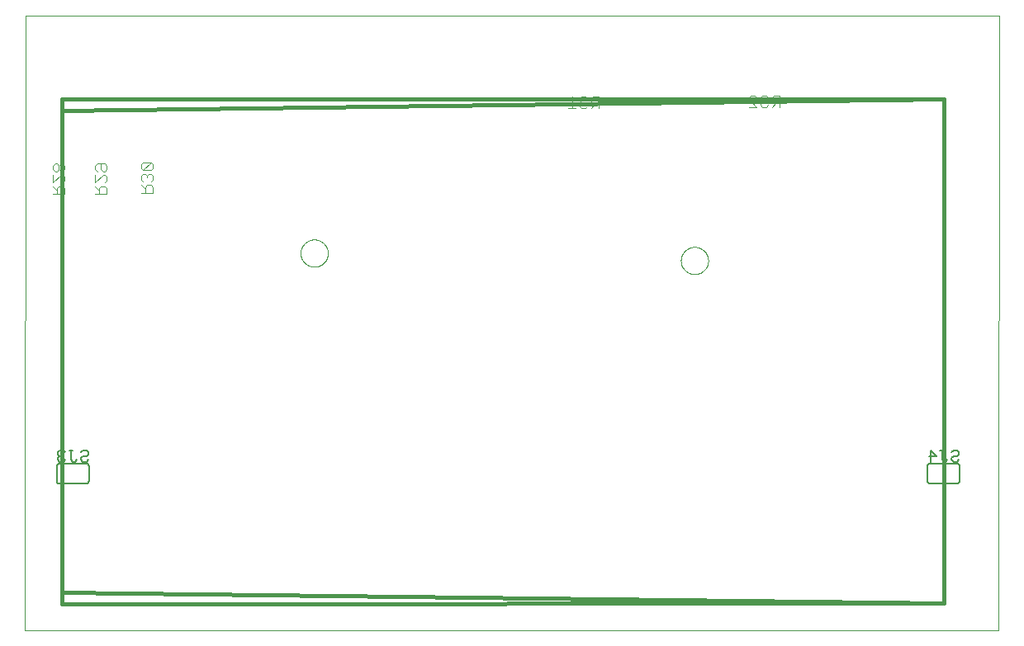
<source format=gbo>
G75*
%MOIN*%
%OFA0B0*%
%FSLAX25Y25*%
%IPPOS*%
%LPD*%
%AMOC8*
5,1,8,0,0,1.08239X$1,22.5*
%
%ADD10C,0.00000*%
%ADD11C,0.01600*%
%ADD12C,0.00600*%
%ADD13C,0.00500*%
%ADD14C,0.00400*%
D10*
X0001000Y0001000D02*
X0001500Y0249501D01*
X0394621Y0249501D01*
X0394121Y0001000D01*
X0001000Y0001000D01*
X0112488Y0153500D02*
X0112490Y0153648D01*
X0112496Y0153796D01*
X0112506Y0153944D01*
X0112520Y0154091D01*
X0112538Y0154238D01*
X0112559Y0154384D01*
X0112585Y0154530D01*
X0112615Y0154675D01*
X0112648Y0154819D01*
X0112686Y0154962D01*
X0112727Y0155104D01*
X0112772Y0155245D01*
X0112820Y0155385D01*
X0112873Y0155524D01*
X0112929Y0155661D01*
X0112989Y0155796D01*
X0113052Y0155930D01*
X0113119Y0156062D01*
X0113190Y0156192D01*
X0113264Y0156320D01*
X0113341Y0156446D01*
X0113422Y0156570D01*
X0113506Y0156692D01*
X0113593Y0156811D01*
X0113684Y0156928D01*
X0113778Y0157043D01*
X0113874Y0157155D01*
X0113974Y0157265D01*
X0114076Y0157371D01*
X0114182Y0157475D01*
X0114290Y0157576D01*
X0114401Y0157674D01*
X0114514Y0157770D01*
X0114630Y0157862D01*
X0114748Y0157951D01*
X0114869Y0158036D01*
X0114992Y0158119D01*
X0115117Y0158198D01*
X0115244Y0158274D01*
X0115373Y0158346D01*
X0115504Y0158415D01*
X0115637Y0158480D01*
X0115772Y0158541D01*
X0115908Y0158599D01*
X0116045Y0158654D01*
X0116184Y0158704D01*
X0116325Y0158751D01*
X0116466Y0158794D01*
X0116609Y0158834D01*
X0116753Y0158869D01*
X0116897Y0158901D01*
X0117043Y0158928D01*
X0117189Y0158952D01*
X0117336Y0158972D01*
X0117483Y0158988D01*
X0117630Y0159000D01*
X0117778Y0159008D01*
X0117926Y0159012D01*
X0118074Y0159012D01*
X0118222Y0159008D01*
X0118370Y0159000D01*
X0118517Y0158988D01*
X0118664Y0158972D01*
X0118811Y0158952D01*
X0118957Y0158928D01*
X0119103Y0158901D01*
X0119247Y0158869D01*
X0119391Y0158834D01*
X0119534Y0158794D01*
X0119675Y0158751D01*
X0119816Y0158704D01*
X0119955Y0158654D01*
X0120092Y0158599D01*
X0120228Y0158541D01*
X0120363Y0158480D01*
X0120496Y0158415D01*
X0120627Y0158346D01*
X0120756Y0158274D01*
X0120883Y0158198D01*
X0121008Y0158119D01*
X0121131Y0158036D01*
X0121252Y0157951D01*
X0121370Y0157862D01*
X0121486Y0157770D01*
X0121599Y0157674D01*
X0121710Y0157576D01*
X0121818Y0157475D01*
X0121924Y0157371D01*
X0122026Y0157265D01*
X0122126Y0157155D01*
X0122222Y0157043D01*
X0122316Y0156928D01*
X0122407Y0156811D01*
X0122494Y0156692D01*
X0122578Y0156570D01*
X0122659Y0156446D01*
X0122736Y0156320D01*
X0122810Y0156192D01*
X0122881Y0156062D01*
X0122948Y0155930D01*
X0123011Y0155796D01*
X0123071Y0155661D01*
X0123127Y0155524D01*
X0123180Y0155385D01*
X0123228Y0155245D01*
X0123273Y0155104D01*
X0123314Y0154962D01*
X0123352Y0154819D01*
X0123385Y0154675D01*
X0123415Y0154530D01*
X0123441Y0154384D01*
X0123462Y0154238D01*
X0123480Y0154091D01*
X0123494Y0153944D01*
X0123504Y0153796D01*
X0123510Y0153648D01*
X0123512Y0153500D01*
X0123510Y0153352D01*
X0123504Y0153204D01*
X0123494Y0153056D01*
X0123480Y0152909D01*
X0123462Y0152762D01*
X0123441Y0152616D01*
X0123415Y0152470D01*
X0123385Y0152325D01*
X0123352Y0152181D01*
X0123314Y0152038D01*
X0123273Y0151896D01*
X0123228Y0151755D01*
X0123180Y0151615D01*
X0123127Y0151476D01*
X0123071Y0151339D01*
X0123011Y0151204D01*
X0122948Y0151070D01*
X0122881Y0150938D01*
X0122810Y0150808D01*
X0122736Y0150680D01*
X0122659Y0150554D01*
X0122578Y0150430D01*
X0122494Y0150308D01*
X0122407Y0150189D01*
X0122316Y0150072D01*
X0122222Y0149957D01*
X0122126Y0149845D01*
X0122026Y0149735D01*
X0121924Y0149629D01*
X0121818Y0149525D01*
X0121710Y0149424D01*
X0121599Y0149326D01*
X0121486Y0149230D01*
X0121370Y0149138D01*
X0121252Y0149049D01*
X0121131Y0148964D01*
X0121008Y0148881D01*
X0120883Y0148802D01*
X0120756Y0148726D01*
X0120627Y0148654D01*
X0120496Y0148585D01*
X0120363Y0148520D01*
X0120228Y0148459D01*
X0120092Y0148401D01*
X0119955Y0148346D01*
X0119816Y0148296D01*
X0119675Y0148249D01*
X0119534Y0148206D01*
X0119391Y0148166D01*
X0119247Y0148131D01*
X0119103Y0148099D01*
X0118957Y0148072D01*
X0118811Y0148048D01*
X0118664Y0148028D01*
X0118517Y0148012D01*
X0118370Y0148000D01*
X0118222Y0147992D01*
X0118074Y0147988D01*
X0117926Y0147988D01*
X0117778Y0147992D01*
X0117630Y0148000D01*
X0117483Y0148012D01*
X0117336Y0148028D01*
X0117189Y0148048D01*
X0117043Y0148072D01*
X0116897Y0148099D01*
X0116753Y0148131D01*
X0116609Y0148166D01*
X0116466Y0148206D01*
X0116325Y0148249D01*
X0116184Y0148296D01*
X0116045Y0148346D01*
X0115908Y0148401D01*
X0115772Y0148459D01*
X0115637Y0148520D01*
X0115504Y0148585D01*
X0115373Y0148654D01*
X0115244Y0148726D01*
X0115117Y0148802D01*
X0114992Y0148881D01*
X0114869Y0148964D01*
X0114748Y0149049D01*
X0114630Y0149138D01*
X0114514Y0149230D01*
X0114401Y0149326D01*
X0114290Y0149424D01*
X0114182Y0149525D01*
X0114076Y0149629D01*
X0113974Y0149735D01*
X0113874Y0149845D01*
X0113778Y0149957D01*
X0113684Y0150072D01*
X0113593Y0150189D01*
X0113506Y0150308D01*
X0113422Y0150430D01*
X0113341Y0150554D01*
X0113264Y0150680D01*
X0113190Y0150808D01*
X0113119Y0150938D01*
X0113052Y0151070D01*
X0112989Y0151204D01*
X0112929Y0151339D01*
X0112873Y0151476D01*
X0112820Y0151615D01*
X0112772Y0151755D01*
X0112727Y0151896D01*
X0112686Y0152038D01*
X0112648Y0152181D01*
X0112615Y0152325D01*
X0112585Y0152470D01*
X0112559Y0152616D01*
X0112538Y0152762D01*
X0112520Y0152909D01*
X0112506Y0153056D01*
X0112496Y0153204D01*
X0112490Y0153352D01*
X0112488Y0153500D01*
X0265988Y0150500D02*
X0265990Y0150648D01*
X0265996Y0150796D01*
X0266006Y0150944D01*
X0266020Y0151091D01*
X0266038Y0151238D01*
X0266059Y0151384D01*
X0266085Y0151530D01*
X0266115Y0151675D01*
X0266148Y0151819D01*
X0266186Y0151962D01*
X0266227Y0152104D01*
X0266272Y0152245D01*
X0266320Y0152385D01*
X0266373Y0152524D01*
X0266429Y0152661D01*
X0266489Y0152796D01*
X0266552Y0152930D01*
X0266619Y0153062D01*
X0266690Y0153192D01*
X0266764Y0153320D01*
X0266841Y0153446D01*
X0266922Y0153570D01*
X0267006Y0153692D01*
X0267093Y0153811D01*
X0267184Y0153928D01*
X0267278Y0154043D01*
X0267374Y0154155D01*
X0267474Y0154265D01*
X0267576Y0154371D01*
X0267682Y0154475D01*
X0267790Y0154576D01*
X0267901Y0154674D01*
X0268014Y0154770D01*
X0268130Y0154862D01*
X0268248Y0154951D01*
X0268369Y0155036D01*
X0268492Y0155119D01*
X0268617Y0155198D01*
X0268744Y0155274D01*
X0268873Y0155346D01*
X0269004Y0155415D01*
X0269137Y0155480D01*
X0269272Y0155541D01*
X0269408Y0155599D01*
X0269545Y0155654D01*
X0269684Y0155704D01*
X0269825Y0155751D01*
X0269966Y0155794D01*
X0270109Y0155834D01*
X0270253Y0155869D01*
X0270397Y0155901D01*
X0270543Y0155928D01*
X0270689Y0155952D01*
X0270836Y0155972D01*
X0270983Y0155988D01*
X0271130Y0156000D01*
X0271278Y0156008D01*
X0271426Y0156012D01*
X0271574Y0156012D01*
X0271722Y0156008D01*
X0271870Y0156000D01*
X0272017Y0155988D01*
X0272164Y0155972D01*
X0272311Y0155952D01*
X0272457Y0155928D01*
X0272603Y0155901D01*
X0272747Y0155869D01*
X0272891Y0155834D01*
X0273034Y0155794D01*
X0273175Y0155751D01*
X0273316Y0155704D01*
X0273455Y0155654D01*
X0273592Y0155599D01*
X0273728Y0155541D01*
X0273863Y0155480D01*
X0273996Y0155415D01*
X0274127Y0155346D01*
X0274256Y0155274D01*
X0274383Y0155198D01*
X0274508Y0155119D01*
X0274631Y0155036D01*
X0274752Y0154951D01*
X0274870Y0154862D01*
X0274986Y0154770D01*
X0275099Y0154674D01*
X0275210Y0154576D01*
X0275318Y0154475D01*
X0275424Y0154371D01*
X0275526Y0154265D01*
X0275626Y0154155D01*
X0275722Y0154043D01*
X0275816Y0153928D01*
X0275907Y0153811D01*
X0275994Y0153692D01*
X0276078Y0153570D01*
X0276159Y0153446D01*
X0276236Y0153320D01*
X0276310Y0153192D01*
X0276381Y0153062D01*
X0276448Y0152930D01*
X0276511Y0152796D01*
X0276571Y0152661D01*
X0276627Y0152524D01*
X0276680Y0152385D01*
X0276728Y0152245D01*
X0276773Y0152104D01*
X0276814Y0151962D01*
X0276852Y0151819D01*
X0276885Y0151675D01*
X0276915Y0151530D01*
X0276941Y0151384D01*
X0276962Y0151238D01*
X0276980Y0151091D01*
X0276994Y0150944D01*
X0277004Y0150796D01*
X0277010Y0150648D01*
X0277012Y0150500D01*
X0277010Y0150352D01*
X0277004Y0150204D01*
X0276994Y0150056D01*
X0276980Y0149909D01*
X0276962Y0149762D01*
X0276941Y0149616D01*
X0276915Y0149470D01*
X0276885Y0149325D01*
X0276852Y0149181D01*
X0276814Y0149038D01*
X0276773Y0148896D01*
X0276728Y0148755D01*
X0276680Y0148615D01*
X0276627Y0148476D01*
X0276571Y0148339D01*
X0276511Y0148204D01*
X0276448Y0148070D01*
X0276381Y0147938D01*
X0276310Y0147808D01*
X0276236Y0147680D01*
X0276159Y0147554D01*
X0276078Y0147430D01*
X0275994Y0147308D01*
X0275907Y0147189D01*
X0275816Y0147072D01*
X0275722Y0146957D01*
X0275626Y0146845D01*
X0275526Y0146735D01*
X0275424Y0146629D01*
X0275318Y0146525D01*
X0275210Y0146424D01*
X0275099Y0146326D01*
X0274986Y0146230D01*
X0274870Y0146138D01*
X0274752Y0146049D01*
X0274631Y0145964D01*
X0274508Y0145881D01*
X0274383Y0145802D01*
X0274256Y0145726D01*
X0274127Y0145654D01*
X0273996Y0145585D01*
X0273863Y0145520D01*
X0273728Y0145459D01*
X0273592Y0145401D01*
X0273455Y0145346D01*
X0273316Y0145296D01*
X0273175Y0145249D01*
X0273034Y0145206D01*
X0272891Y0145166D01*
X0272747Y0145131D01*
X0272603Y0145099D01*
X0272457Y0145072D01*
X0272311Y0145048D01*
X0272164Y0145028D01*
X0272017Y0145012D01*
X0271870Y0145000D01*
X0271722Y0144992D01*
X0271574Y0144988D01*
X0271426Y0144988D01*
X0271278Y0144992D01*
X0271130Y0145000D01*
X0270983Y0145012D01*
X0270836Y0145028D01*
X0270689Y0145048D01*
X0270543Y0145072D01*
X0270397Y0145099D01*
X0270253Y0145131D01*
X0270109Y0145166D01*
X0269966Y0145206D01*
X0269825Y0145249D01*
X0269684Y0145296D01*
X0269545Y0145346D01*
X0269408Y0145401D01*
X0269272Y0145459D01*
X0269137Y0145520D01*
X0269004Y0145585D01*
X0268873Y0145654D01*
X0268744Y0145726D01*
X0268617Y0145802D01*
X0268492Y0145881D01*
X0268369Y0145964D01*
X0268248Y0146049D01*
X0268130Y0146138D01*
X0268014Y0146230D01*
X0267901Y0146326D01*
X0267790Y0146424D01*
X0267682Y0146525D01*
X0267576Y0146629D01*
X0267474Y0146735D01*
X0267374Y0146845D01*
X0267278Y0146957D01*
X0267184Y0147072D01*
X0267093Y0147189D01*
X0267006Y0147308D01*
X0266922Y0147430D01*
X0266841Y0147554D01*
X0266764Y0147680D01*
X0266690Y0147808D01*
X0266619Y0147938D01*
X0266552Y0148070D01*
X0266489Y0148204D01*
X0266429Y0148339D01*
X0266373Y0148476D01*
X0266320Y0148615D01*
X0266272Y0148755D01*
X0266227Y0148896D01*
X0266186Y0149038D01*
X0266148Y0149181D01*
X0266115Y0149325D01*
X0266085Y0149470D01*
X0266059Y0149616D01*
X0266038Y0149762D01*
X0266020Y0149909D01*
X0266006Y0150056D01*
X0265996Y0150204D01*
X0265990Y0150352D01*
X0265988Y0150500D01*
D11*
X0372200Y0215800D02*
X0016000Y0211200D01*
X0016000Y0215800D01*
X0372200Y0215800D01*
X0372250Y0215800D01*
X0372250Y0012000D01*
X0016000Y0011800D01*
X0016000Y0016500D01*
X0372300Y0012000D01*
X0016000Y0016500D02*
X0016000Y0030500D01*
X0016000Y0062000D01*
X0016000Y0211200D01*
D12*
X0015000Y0068500D02*
X0026000Y0068500D01*
X0026060Y0068498D01*
X0026121Y0068493D01*
X0026180Y0068484D01*
X0026239Y0068471D01*
X0026298Y0068455D01*
X0026355Y0068435D01*
X0026410Y0068412D01*
X0026465Y0068385D01*
X0026517Y0068356D01*
X0026568Y0068323D01*
X0026617Y0068287D01*
X0026663Y0068249D01*
X0026707Y0068207D01*
X0026749Y0068163D01*
X0026787Y0068117D01*
X0026823Y0068068D01*
X0026856Y0068017D01*
X0026885Y0067965D01*
X0026912Y0067910D01*
X0026935Y0067855D01*
X0026955Y0067798D01*
X0026971Y0067739D01*
X0026984Y0067680D01*
X0026993Y0067621D01*
X0026998Y0067560D01*
X0027000Y0067500D01*
X0027000Y0061500D01*
X0026998Y0061440D01*
X0026993Y0061379D01*
X0026984Y0061320D01*
X0026971Y0061261D01*
X0026955Y0061202D01*
X0026935Y0061145D01*
X0026912Y0061090D01*
X0026885Y0061035D01*
X0026856Y0060983D01*
X0026823Y0060932D01*
X0026787Y0060883D01*
X0026749Y0060837D01*
X0026707Y0060793D01*
X0026663Y0060751D01*
X0026617Y0060713D01*
X0026568Y0060677D01*
X0026517Y0060644D01*
X0026465Y0060615D01*
X0026410Y0060588D01*
X0026355Y0060565D01*
X0026298Y0060545D01*
X0026239Y0060529D01*
X0026180Y0060516D01*
X0026121Y0060507D01*
X0026060Y0060502D01*
X0026000Y0060500D01*
X0015000Y0060500D01*
X0014940Y0060502D01*
X0014879Y0060507D01*
X0014820Y0060516D01*
X0014761Y0060529D01*
X0014702Y0060545D01*
X0014645Y0060565D01*
X0014590Y0060588D01*
X0014535Y0060615D01*
X0014483Y0060644D01*
X0014432Y0060677D01*
X0014383Y0060713D01*
X0014337Y0060751D01*
X0014293Y0060793D01*
X0014251Y0060837D01*
X0014213Y0060883D01*
X0014177Y0060932D01*
X0014144Y0060983D01*
X0014115Y0061035D01*
X0014088Y0061090D01*
X0014065Y0061145D01*
X0014045Y0061202D01*
X0014029Y0061261D01*
X0014016Y0061320D01*
X0014007Y0061379D01*
X0014002Y0061440D01*
X0014000Y0061500D01*
X0014000Y0067500D01*
X0014002Y0067560D01*
X0014007Y0067621D01*
X0014016Y0067680D01*
X0014029Y0067739D01*
X0014045Y0067798D01*
X0014065Y0067855D01*
X0014088Y0067910D01*
X0014115Y0067965D01*
X0014144Y0068017D01*
X0014177Y0068068D01*
X0014213Y0068117D01*
X0014251Y0068163D01*
X0014293Y0068207D01*
X0014337Y0068249D01*
X0014383Y0068287D01*
X0014432Y0068323D01*
X0014483Y0068356D01*
X0014535Y0068385D01*
X0014590Y0068412D01*
X0014645Y0068435D01*
X0014702Y0068455D01*
X0014761Y0068471D01*
X0014820Y0068484D01*
X0014879Y0068493D01*
X0014940Y0068498D01*
X0015000Y0068500D01*
X0365500Y0067500D02*
X0365500Y0061500D01*
X0365502Y0061440D01*
X0365507Y0061379D01*
X0365516Y0061320D01*
X0365529Y0061261D01*
X0365545Y0061202D01*
X0365565Y0061145D01*
X0365588Y0061090D01*
X0365615Y0061035D01*
X0365644Y0060983D01*
X0365677Y0060932D01*
X0365713Y0060883D01*
X0365751Y0060837D01*
X0365793Y0060793D01*
X0365837Y0060751D01*
X0365883Y0060713D01*
X0365932Y0060677D01*
X0365983Y0060644D01*
X0366035Y0060615D01*
X0366090Y0060588D01*
X0366145Y0060565D01*
X0366202Y0060545D01*
X0366261Y0060529D01*
X0366320Y0060516D01*
X0366379Y0060507D01*
X0366440Y0060502D01*
X0366500Y0060500D01*
X0377500Y0060500D01*
X0377560Y0060502D01*
X0377621Y0060507D01*
X0377680Y0060516D01*
X0377739Y0060529D01*
X0377798Y0060545D01*
X0377855Y0060565D01*
X0377910Y0060588D01*
X0377965Y0060615D01*
X0378017Y0060644D01*
X0378068Y0060677D01*
X0378117Y0060713D01*
X0378163Y0060751D01*
X0378207Y0060793D01*
X0378249Y0060837D01*
X0378287Y0060883D01*
X0378323Y0060932D01*
X0378356Y0060983D01*
X0378385Y0061035D01*
X0378412Y0061090D01*
X0378435Y0061145D01*
X0378455Y0061202D01*
X0378471Y0061261D01*
X0378484Y0061320D01*
X0378493Y0061379D01*
X0378498Y0061440D01*
X0378500Y0061500D01*
X0378500Y0067500D01*
X0378498Y0067560D01*
X0378493Y0067621D01*
X0378484Y0067680D01*
X0378471Y0067739D01*
X0378455Y0067798D01*
X0378435Y0067855D01*
X0378412Y0067910D01*
X0378385Y0067965D01*
X0378356Y0068017D01*
X0378323Y0068068D01*
X0378287Y0068117D01*
X0378249Y0068163D01*
X0378207Y0068207D01*
X0378163Y0068249D01*
X0378117Y0068287D01*
X0378068Y0068323D01*
X0378017Y0068356D01*
X0377965Y0068385D01*
X0377910Y0068412D01*
X0377855Y0068435D01*
X0377798Y0068455D01*
X0377739Y0068471D01*
X0377680Y0068484D01*
X0377621Y0068493D01*
X0377560Y0068498D01*
X0377500Y0068500D01*
X0366500Y0068500D01*
X0366440Y0068498D01*
X0366379Y0068493D01*
X0366320Y0068484D01*
X0366261Y0068471D01*
X0366202Y0068455D01*
X0366145Y0068435D01*
X0366090Y0068412D01*
X0366035Y0068385D01*
X0365983Y0068356D01*
X0365932Y0068323D01*
X0365883Y0068287D01*
X0365837Y0068249D01*
X0365793Y0068207D01*
X0365751Y0068163D01*
X0365713Y0068117D01*
X0365677Y0068068D01*
X0365644Y0068017D01*
X0365615Y0067965D01*
X0365588Y0067910D01*
X0365565Y0067855D01*
X0365545Y0067798D01*
X0365529Y0067739D01*
X0365516Y0067680D01*
X0365507Y0067621D01*
X0365502Y0067560D01*
X0365500Y0067500D01*
D13*
X0366790Y0069250D02*
X0366790Y0073754D01*
X0369042Y0071502D01*
X0366040Y0071502D01*
X0370644Y0073754D02*
X0372145Y0073754D01*
X0371394Y0073754D02*
X0371394Y0070001D01*
X0372145Y0069250D01*
X0372895Y0069250D01*
X0373646Y0070001D01*
X0375247Y0070001D02*
X0375998Y0069250D01*
X0377499Y0069250D01*
X0378250Y0070001D01*
X0377499Y0071502D02*
X0375998Y0071502D01*
X0375247Y0070751D01*
X0375247Y0070001D01*
X0377499Y0071502D02*
X0378250Y0072253D01*
X0378250Y0073003D01*
X0377499Y0073754D01*
X0375998Y0073754D01*
X0375247Y0073003D01*
X0026750Y0073003D02*
X0026750Y0072253D01*
X0025999Y0071502D01*
X0024498Y0071502D01*
X0023747Y0070751D01*
X0023747Y0070001D01*
X0024498Y0069250D01*
X0025999Y0069250D01*
X0026750Y0070001D01*
X0022146Y0070001D02*
X0021395Y0069250D01*
X0020645Y0069250D01*
X0019894Y0070001D01*
X0019894Y0073754D01*
X0019144Y0073754D02*
X0020645Y0073754D01*
X0023747Y0073003D02*
X0024498Y0073754D01*
X0025999Y0073754D01*
X0026750Y0073003D01*
X0017542Y0073003D02*
X0016792Y0073754D01*
X0015290Y0073754D01*
X0014540Y0073003D01*
X0014540Y0072253D01*
X0015290Y0071502D01*
X0014540Y0070751D01*
X0014540Y0070001D01*
X0015290Y0069250D01*
X0016792Y0069250D01*
X0017542Y0070001D01*
X0016041Y0071502D02*
X0015290Y0071502D01*
D14*
X0014135Y0177388D02*
X0014135Y0179690D01*
X0014902Y0180457D01*
X0016437Y0180457D01*
X0017204Y0179690D01*
X0017204Y0177388D01*
X0012600Y0177388D01*
X0014135Y0178923D02*
X0012600Y0180457D01*
X0012600Y0181992D02*
X0015669Y0185061D01*
X0016437Y0185061D01*
X0017204Y0184294D01*
X0017204Y0182759D01*
X0016437Y0181992D01*
X0012600Y0181992D02*
X0012600Y0185061D01*
X0013367Y0186596D02*
X0014135Y0186596D01*
X0014902Y0187363D01*
X0014902Y0188898D01*
X0014135Y0189665D01*
X0013367Y0189665D01*
X0012600Y0188898D01*
X0012600Y0187363D01*
X0013367Y0186596D01*
X0014902Y0187363D02*
X0015669Y0186596D01*
X0016437Y0186596D01*
X0017204Y0187363D01*
X0017204Y0188898D01*
X0016437Y0189665D01*
X0015669Y0189665D01*
X0014902Y0188898D01*
X0029650Y0188898D02*
X0029650Y0187363D01*
X0030417Y0186596D01*
X0029650Y0185061D02*
X0029650Y0181992D01*
X0032719Y0185061D01*
X0033487Y0185061D01*
X0034254Y0184294D01*
X0034254Y0182759D01*
X0033487Y0181992D01*
X0033487Y0180457D02*
X0031952Y0180457D01*
X0031185Y0179690D01*
X0031185Y0177388D01*
X0031185Y0178923D02*
X0029650Y0180457D01*
X0033487Y0180457D02*
X0034254Y0179690D01*
X0034254Y0177388D01*
X0029650Y0177388D01*
X0032719Y0186596D02*
X0031952Y0187363D01*
X0031952Y0189665D01*
X0033487Y0189665D02*
X0034254Y0188898D01*
X0034254Y0187363D01*
X0033487Y0186596D01*
X0032719Y0186596D01*
X0033487Y0189665D02*
X0030417Y0189665D01*
X0029650Y0188898D01*
X0048200Y0189398D02*
X0048200Y0187863D01*
X0048967Y0187096D01*
X0052037Y0190165D01*
X0048967Y0190165D01*
X0048200Y0189398D01*
X0048967Y0187096D02*
X0052037Y0187096D01*
X0052804Y0187863D01*
X0052804Y0189398D01*
X0052037Y0190165D01*
X0052037Y0185561D02*
X0051269Y0185561D01*
X0050502Y0184794D01*
X0049735Y0185561D01*
X0048967Y0185561D01*
X0048200Y0184794D01*
X0048200Y0183259D01*
X0048967Y0182492D01*
X0048200Y0180957D02*
X0049735Y0179423D01*
X0049735Y0180190D02*
X0049735Y0177888D01*
X0048200Y0177888D02*
X0052804Y0177888D01*
X0052804Y0180190D01*
X0052037Y0180957D01*
X0050502Y0180957D01*
X0049735Y0180190D01*
X0052037Y0182492D02*
X0052804Y0183259D01*
X0052804Y0184794D01*
X0052037Y0185561D01*
X0050502Y0184794D02*
X0050502Y0184027D01*
X0220523Y0212150D02*
X0223592Y0212150D01*
X0222058Y0212150D02*
X0222058Y0216754D01*
X0223592Y0215219D01*
X0225127Y0215219D02*
X0225894Y0214452D01*
X0225127Y0213685D01*
X0225127Y0212917D01*
X0225894Y0212150D01*
X0227429Y0212150D01*
X0228196Y0212917D01*
X0229731Y0212150D02*
X0231265Y0213685D01*
X0230498Y0213685D02*
X0232800Y0213685D01*
X0232800Y0212150D02*
X0232800Y0216754D01*
X0230498Y0216754D01*
X0229731Y0215987D01*
X0229731Y0214452D01*
X0230498Y0213685D01*
X0228196Y0215987D02*
X0227429Y0216754D01*
X0225894Y0216754D01*
X0225127Y0215987D01*
X0225127Y0215219D01*
X0225894Y0214452D02*
X0226661Y0214452D01*
X0293523Y0215669D02*
X0296592Y0212600D01*
X0293523Y0212600D01*
X0298127Y0213367D02*
X0298894Y0212600D01*
X0300429Y0212600D01*
X0301196Y0213367D01*
X0302731Y0212600D02*
X0304265Y0214135D01*
X0303498Y0214135D02*
X0305800Y0214135D01*
X0305800Y0212600D02*
X0305800Y0217204D01*
X0303498Y0217204D01*
X0302731Y0216437D01*
X0302731Y0214902D01*
X0303498Y0214135D01*
X0301196Y0216437D02*
X0300429Y0217204D01*
X0298894Y0217204D01*
X0298127Y0216437D01*
X0298127Y0215669D01*
X0298894Y0214902D01*
X0298127Y0214135D01*
X0298127Y0213367D01*
X0298894Y0214902D02*
X0299661Y0214902D01*
X0296592Y0216437D02*
X0295825Y0217204D01*
X0294290Y0217204D01*
X0293523Y0216437D01*
X0293523Y0215669D01*
M02*

</source>
